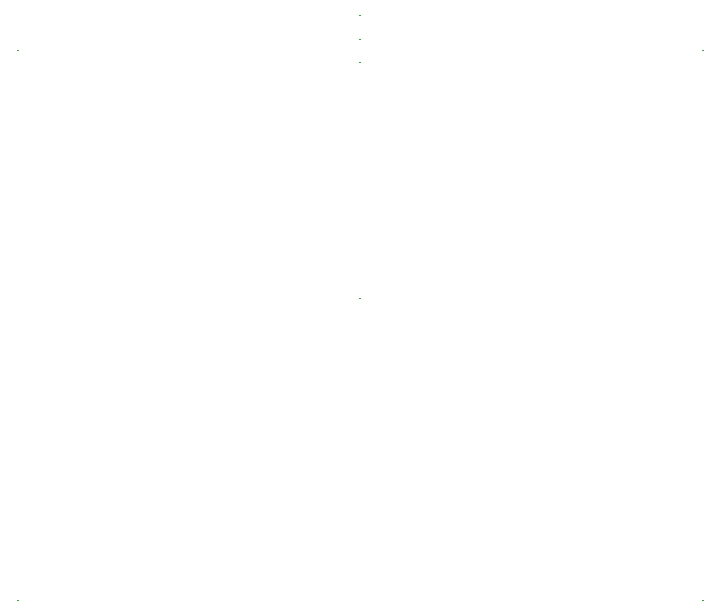
<source format=gbo>
G04 PiDoors HAT v2.0 - Bottom Silkscreen*
G04 Generated: 2026-01-10*
G04 Board Size: 65mm x 56.5mm*
%FSLAX46Y46*%
%MOIN*%
%TF.GenerationSoftware,PiDoors,PCBGenerator,2.0*%
%TF.SameCoordinates,Original*%
%TF.FileFunction,Legend,Bot*%
%TF.FilePolarity,Positive*%
G04 Aperture Definitions*
%ADD10C,0.005*%
%ADD11C,0.006*%
G04*
G04 Project URL Text*
D11*
G04 "github.com/pidoors" at (32.5mm, 54mm) - mirrored*
X1279528Y2125984D02*
X1279528Y2125984D01*
G04*
G04 Version and Date*
G04 "v2.0 2026-01" at (32.5mm, 52mm) - mirrored*
X1279528Y2047244D02*
X1279528Y2047244D01*
G04*
G04 Pi HAT Designation*
G04 "Raspberry Pi HAT" at center bottom - mirrored*
X1279528Y1968504D02*
X1279528Y1968504D01*
G04*
G04 Mounting Hole Labels (mirrored)*
D10*
X137795Y177165D02*
X137795Y177165D01*
G04 H1*
X2421260Y177165D02*
X2421260Y177165D01*
G04 H2*
X137795Y2007874D02*
X137795Y2007874D01*
G04 H3*
X2421260Y2007874D02*
X2421260Y2007874D01*
G04 H4*
G04*
G04 GND Plane Indicator*
G04 "GND" text in center of ground plane*
X1279528Y1181102D02*
X1279528Y1181102D01*
G04*
M02*

</source>
